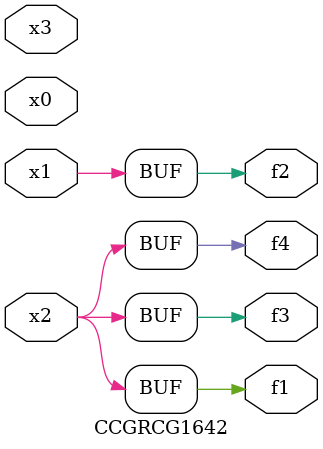
<source format=v>
module CCGRCG1642(
	input x0, x1, x2, x3,
	output f1, f2, f3, f4
);
	assign f1 = x2;
	assign f2 = x1;
	assign f3 = x2;
	assign f4 = x2;
endmodule

</source>
